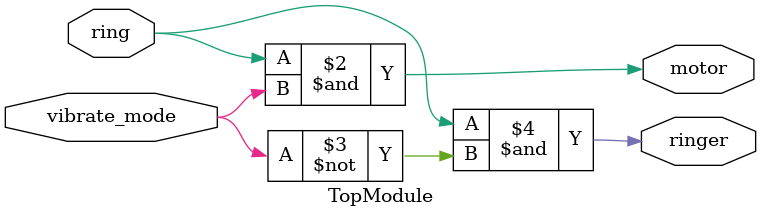
<source format=sv>

module TopModule (
    input ring,
    input vibrate_mode,
    output ringer,
    output motor
);
    
    always @(*) begin
        motor = ring & vibrate_mode;
        ringer = ring & (~vibrate_mode);
    end

endmodule

// VERILOG-EVAL: errant inclusion of module definition

</source>
